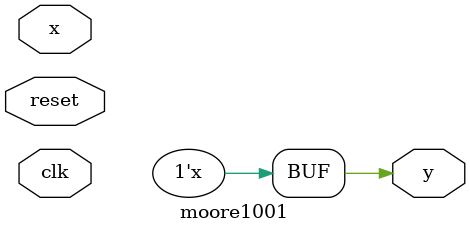
<source format=v>


// constant definitions
`define found 1
`define notfound 0

// FSM by Moore
module moore1001 ( y, x, clk, reset );
output y;
input x;
input clk;
input reset;

reg y;

parameter // state identifiers
start = 3'b000,
id1 = 3'b001,
id11 = 3'b011,
id110 = 3'b010,
id1101 = 3'b110; // signal found

reg [1:0] E1; // current state variables
reg [1:0] E2; // next state logic output

// next state logic
   always @( x or E1 )
    begin
	  case( E1 )
		start:
		 if ( x )
		  E2 = id1;
		 else
		  E2 = start;
		id1:
		 if ( x )
		  E2 = id1;
		 else
		  E2 = id11;
		id11:
		 if ( x )
		  E2 = id1;
		 else
		  E2 = id110;
		id110:
		 if ( x )
		  E2 = id1101;
		 else
		  E2 = start;
		id1101:
		 if ( x )
		  E2 = id1;
		 else
		  E2 = start;
	  default: // undefined statee
		 E2 = 3'bxxx;
	  endcase
	 end // always at signal or state changing
	 
  // state variables
	  always @( posedge clk or negedge reset )
	   begin
	    if ( reset )
		  E1 = E2; // updates current state
		 else
		  E1 = 0; // reset
		end // always at signal changing
		
  // output logic
	  always @( E1 )
	   begin
		 y = E1[2]; // first bit of state value
		end // always at state changing
  
endmodule // moore1001

</source>
